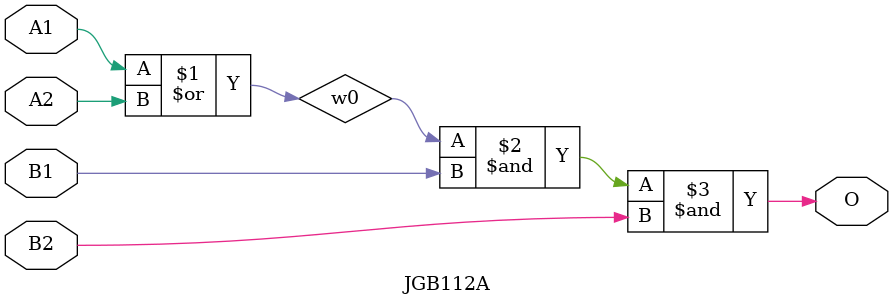
<source format=v>
module JGB112A(A1, A2, B1, B2, O);
input   A1;
input   A2;
input   B1;
input   B2;
output  O;
or g0(w0, A1, A2);
and g1(O, w0, B1, B2);
endmodule
</source>
